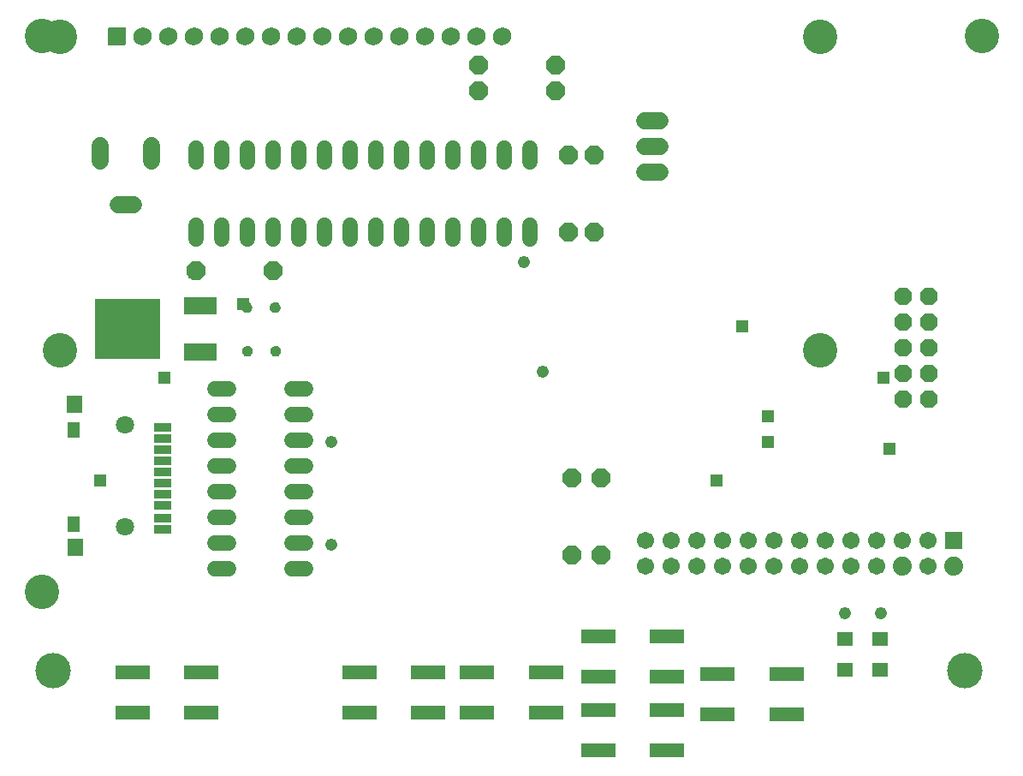
<source format=gts>
G75*
G70*
%OFA0B0*%
%FSLAX24Y24*%
%IPPOS*%
%LPD*%
%AMOC8*
5,1,8,0,0,1.08239X$1,22.5*
%
%ADD10R,0.0680X0.0680*%
%ADD11C,0.0680*%
%ADD12C,0.1340*%
%ADD13R,0.0674X0.0674*%
%ADD14C,0.0740*%
%ADD15C,0.0674*%
%ADD16C,0.0600*%
%ADD17OC8,0.0740*%
%ADD18C,0.0680*%
%ADD19R,0.1340X0.0552*%
%ADD20R,0.2521X0.2363*%
%ADD21R,0.1261X0.0710*%
%ADD22C,0.0050*%
%ADD23R,0.0611X0.0671*%
%ADD24R,0.0474X0.0631*%
%ADD25R,0.0474X0.0592*%
%ADD26R,0.0671X0.0375*%
%ADD27C,0.0710*%
%ADD28C,0.1379*%
%ADD29OC8,0.0680*%
%ADD30R,0.0631X0.0552*%
%ADD31R,0.0476X0.0476*%
%ADD32C,0.0476*%
D10*
X006060Y029132D03*
X006096Y029167D03*
D11*
X007060Y029132D03*
X007096Y029167D03*
X008060Y029132D03*
X008096Y029167D03*
X009060Y029132D03*
X009096Y029167D03*
X010060Y029132D03*
X010096Y029167D03*
X011060Y029132D03*
X011096Y029167D03*
X012060Y029132D03*
X012096Y029167D03*
X013060Y029132D03*
X013096Y029167D03*
X014060Y029132D03*
X014096Y029167D03*
X015060Y029132D03*
X015096Y029167D03*
X016060Y029132D03*
X016096Y029167D03*
X017060Y029132D03*
X017096Y029167D03*
X018060Y029132D03*
X018096Y029167D03*
X019060Y029132D03*
X019096Y029167D03*
X020060Y029132D03*
X020096Y029167D03*
X021060Y029132D03*
X021096Y029167D03*
D12*
X033462Y029132D03*
X039757Y029167D03*
X033462Y016927D03*
X003856Y016927D03*
X003143Y007514D03*
X003856Y029132D03*
X003143Y029167D03*
D13*
X038659Y009530D03*
D14*
X038659Y008530D03*
X036659Y008530D03*
D15*
X037659Y008530D03*
X037659Y009530D03*
X036659Y009530D03*
X035659Y009530D03*
X034659Y009530D03*
X033659Y009530D03*
X032659Y009530D03*
X031659Y009530D03*
X030659Y009530D03*
X029659Y009530D03*
X028659Y009530D03*
X027659Y009530D03*
X026659Y009530D03*
X026659Y008530D03*
X027659Y008530D03*
X028659Y008530D03*
X029659Y008530D03*
X030659Y008530D03*
X031659Y008530D03*
X032659Y008530D03*
X033659Y008530D03*
X034659Y008530D03*
X035659Y008530D03*
D16*
X022159Y021270D02*
X022159Y021790D01*
X021159Y021790D02*
X021159Y021270D01*
X020159Y021270D02*
X020159Y021790D01*
X019159Y021790D02*
X019159Y021270D01*
X018159Y021270D02*
X018159Y021790D01*
X017159Y021790D02*
X017159Y021270D01*
X016159Y021270D02*
X016159Y021790D01*
X015159Y021790D02*
X015159Y021270D01*
X014159Y021270D02*
X014159Y021790D01*
X013159Y021790D02*
X013159Y021270D01*
X012159Y021270D02*
X012159Y021790D01*
X011159Y021790D02*
X011159Y021270D01*
X010159Y021270D02*
X010159Y021790D01*
X009159Y021790D02*
X009159Y021270D01*
X009159Y024270D02*
X009159Y024790D01*
X010159Y024790D02*
X010159Y024270D01*
X011159Y024270D02*
X011159Y024790D01*
X012159Y024790D02*
X012159Y024270D01*
X013159Y024270D02*
X013159Y024790D01*
X014159Y024790D02*
X014159Y024270D01*
X015159Y024270D02*
X015159Y024790D01*
X016159Y024790D02*
X016159Y024270D01*
X017159Y024270D02*
X017159Y024790D01*
X018159Y024790D02*
X018159Y024270D01*
X019159Y024270D02*
X019159Y024790D01*
X020159Y024790D02*
X020159Y024270D01*
X021159Y024270D02*
X021159Y024790D01*
X022159Y024790D02*
X022159Y024270D01*
X013418Y015419D02*
X012898Y015419D01*
X012898Y014419D02*
X013418Y014419D01*
X013418Y013419D02*
X012898Y013419D01*
X012898Y012419D02*
X013418Y012419D01*
X013418Y011419D02*
X012898Y011419D01*
X012898Y010419D02*
X013418Y010419D01*
X013418Y009419D02*
X012898Y009419D01*
X012898Y008419D02*
X013418Y008419D01*
X010418Y008419D02*
X009898Y008419D01*
X009898Y009419D02*
X010418Y009419D01*
X010418Y010419D02*
X009898Y010419D01*
X009898Y011419D02*
X010418Y011419D01*
X010418Y012419D02*
X009898Y012419D01*
X009898Y013419D02*
X010418Y013419D01*
X010418Y014419D02*
X009898Y014419D01*
X009898Y015419D02*
X010418Y015419D01*
D17*
X009159Y020030D03*
X012159Y020030D03*
X020159Y027030D03*
X020159Y028030D03*
X023159Y028030D03*
X023159Y027030D03*
X023659Y024530D03*
X024659Y024530D03*
X024659Y021530D03*
X023659Y021530D03*
X023784Y011974D03*
X024909Y011974D03*
X024909Y008974D03*
X023784Y008974D03*
D18*
X006708Y022594D02*
X006108Y022594D01*
X005408Y024294D02*
X005408Y024894D01*
X007408Y024894D02*
X007408Y024294D01*
X026609Y023849D02*
X027209Y023849D01*
X027209Y024849D02*
X026609Y024849D01*
X026609Y025849D02*
X027209Y025849D01*
D19*
X027497Y005787D03*
X029470Y004338D03*
X027497Y004212D03*
X027497Y002932D03*
X029470Y002763D03*
X027497Y001357D03*
X024820Y001357D03*
X024820Y002932D03*
X024820Y004212D03*
X024820Y005787D03*
X022777Y004387D03*
X022777Y002812D03*
X020100Y002812D03*
X020100Y004387D03*
X018202Y004391D03*
X018202Y002816D03*
X015525Y002816D03*
X015525Y004391D03*
X009367Y004387D03*
X009367Y002812D03*
X006690Y002812D03*
X006690Y004387D03*
X032147Y004338D03*
X032147Y002763D03*
D20*
X006502Y017774D03*
D21*
X009329Y018672D03*
X009329Y016876D03*
D22*
X010985Y016896D02*
X010990Y016934D01*
X011003Y016970D01*
X011024Y017003D01*
X011052Y017030D01*
X011084Y017050D01*
X011121Y017063D01*
X011159Y017067D01*
X011198Y017063D01*
X011234Y017051D01*
X011267Y017032D01*
X011295Y017005D01*
X011316Y016973D01*
X011329Y016938D01*
X011334Y016900D01*
X011331Y016860D01*
X011319Y016821D01*
X011298Y016787D01*
X011270Y016758D01*
X011237Y016735D01*
X011199Y016721D01*
X011159Y016716D01*
X011120Y016721D01*
X011083Y016734D01*
X011050Y016756D01*
X011022Y016785D01*
X011002Y016819D01*
X010989Y016856D01*
X010985Y016896D01*
X010986Y016888D02*
X011333Y016888D01*
X011329Y016936D02*
X010991Y016936D01*
X011012Y016985D02*
X011308Y016985D01*
X011265Y017033D02*
X011057Y017033D01*
X010995Y016839D02*
X011324Y016839D01*
X011300Y016791D02*
X011019Y016791D01*
X011071Y016742D02*
X011247Y016742D01*
X012091Y016856D02*
X012087Y016896D01*
X012092Y016934D01*
X012105Y016970D01*
X012126Y017003D01*
X012154Y017030D01*
X012186Y017050D01*
X012223Y017063D01*
X012261Y017067D01*
X012300Y017063D01*
X012336Y017051D01*
X012369Y017032D01*
X012397Y017005D01*
X012418Y016973D01*
X012431Y016938D01*
X012436Y016900D01*
X012433Y016860D01*
X012421Y016821D01*
X012400Y016787D01*
X012372Y016758D01*
X012339Y016735D01*
X012301Y016721D01*
X012261Y016716D01*
X012222Y016721D01*
X012185Y016734D01*
X012152Y016756D01*
X012124Y016785D01*
X012104Y016819D01*
X012091Y016856D01*
X012097Y016839D02*
X012426Y016839D01*
X012435Y016888D02*
X012088Y016888D01*
X012093Y016936D02*
X012431Y016936D01*
X012410Y016985D02*
X012114Y016985D01*
X012159Y017033D02*
X012367Y017033D01*
X012402Y016791D02*
X012121Y016791D01*
X012173Y016742D02*
X012349Y016742D01*
X012236Y018416D02*
X012197Y018421D01*
X012160Y018434D01*
X012127Y018456D01*
X012099Y018485D01*
X012079Y018519D01*
X012066Y018556D01*
X012062Y018596D01*
X012067Y018634D01*
X012080Y018670D01*
X012101Y018703D01*
X012129Y018730D01*
X012161Y018750D01*
X012198Y018763D01*
X012236Y018767D01*
X012275Y018763D01*
X012311Y018751D01*
X012344Y018732D01*
X012372Y018705D01*
X012393Y018673D01*
X012406Y018638D01*
X012411Y018600D01*
X012408Y018560D01*
X012396Y018521D01*
X012375Y018487D01*
X012347Y018458D01*
X012314Y018435D01*
X012276Y018421D01*
X012236Y018416D01*
X012152Y018440D02*
X012320Y018440D01*
X012376Y018488D02*
X012097Y018488D01*
X012073Y018537D02*
X012401Y018537D01*
X012410Y018585D02*
X012063Y018585D01*
X012067Y018634D02*
X012407Y018634D01*
X012387Y018682D02*
X012088Y018682D01*
X012130Y018731D02*
X012345Y018731D01*
X011309Y018600D02*
X011306Y018560D01*
X011294Y018521D01*
X011273Y018487D01*
X011245Y018458D01*
X011212Y018435D01*
X011174Y018421D01*
X011134Y018416D01*
X011095Y018421D01*
X011058Y018434D01*
X011025Y018456D01*
X010997Y018485D01*
X010977Y018519D01*
X010964Y018556D01*
X010960Y018596D01*
X010965Y018634D01*
X010978Y018670D01*
X010999Y018703D01*
X011027Y018730D01*
X011059Y018750D01*
X011096Y018763D01*
X011134Y018767D01*
X011173Y018763D01*
X011209Y018751D01*
X011242Y018732D01*
X011270Y018705D01*
X011291Y018673D01*
X011304Y018638D01*
X011309Y018600D01*
X011308Y018585D02*
X010961Y018585D01*
X010965Y018634D02*
X011305Y018634D01*
X011285Y018682D02*
X010986Y018682D01*
X011028Y018731D02*
X011243Y018731D01*
X011299Y018537D02*
X010971Y018537D01*
X010995Y018488D02*
X011274Y018488D01*
X011218Y018440D02*
X011050Y018440D01*
D23*
X004436Y014829D03*
X004456Y009258D03*
D24*
X004397Y013835D03*
D25*
X004397Y010164D03*
D26*
X007851Y010380D03*
X007851Y010892D03*
X007851Y011325D03*
X007851Y011758D03*
X007851Y012191D03*
X007851Y012624D03*
X007851Y013057D03*
X007851Y013490D03*
X007851Y013924D03*
X007851Y009947D03*
D27*
X006385Y010075D03*
X006385Y014012D03*
D28*
X003605Y004474D03*
X039102Y004476D03*
D29*
X037684Y015024D03*
X036684Y015024D03*
X036684Y016024D03*
X037684Y016024D03*
X037684Y017024D03*
X036684Y017024D03*
X036684Y018024D03*
X037684Y018024D03*
X037684Y019024D03*
X036684Y019024D03*
D30*
X035784Y005690D03*
X034409Y005690D03*
X034409Y004509D03*
X035784Y004509D03*
D31*
X029409Y011849D03*
X031409Y013349D03*
X031409Y014349D03*
X035909Y015849D03*
X036159Y013099D03*
X030409Y017849D03*
X011006Y018722D03*
X009103Y019974D03*
X007909Y015849D03*
X005409Y011849D03*
D32*
X014409Y013349D03*
X014409Y009349D03*
X022659Y016099D03*
X021909Y020349D03*
X034409Y006699D03*
X035809Y006699D03*
M02*

</source>
